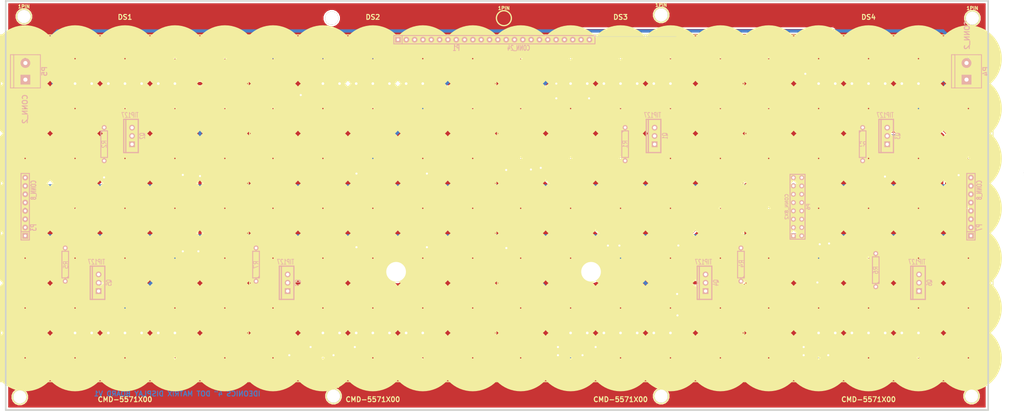
<source format=kicad_pcb>
(kicad_pcb (version 3) (host pcbnew "(2013-07-07 BZR 4022)-stable")
  (layers (15 F.Cu signal) (0 B.Cu signal) (18 B.Paste user) (19 F.Paste user) (20 B.SilkS user) (21 F.SilkS user) (22 B.Mask user) (23 F.Mask user) (28 Edge.Cuts user))
  (net 0 "")
  (net 1 /B1)
  (net 2 /B2)
  (net 3 /B3)
  (net 4 /B4)
  (net 5 /B5)
  (net 6 /B6)
  (net 7 /B7)
  (net 8 /C1)
  (net 9 /C10)
  (net 10 /C11)
  (net 11 /C12)
  (net 12 /C13)
  (net 13 /C14)
  (net 14 /C15)
  (net 15 /C16)
  (net 16 /C17)
  (net 17 /C18)
  (net 18 /C19)
  (net 19 /C2)
  (net 20 /C20)
  (net 21 /C3)
  (net 22 /C4)
  (net 23 /C5)
  (net 24 /C6)
  (net 25 /C7)
  (net 26 /C8)
  (net 27 /C9)
  (net 28 /R1)
  (net 29 /R2)
  (net 30 /R3)
  (net 31 /R4)
  (net 32 /R5)
  (net 33 /R6)
  (net 34 /R7)
  (net 35 /ROW1)
  (net 36 /ROW2)
  (net 37 /ROW3)
  (net 38 /ROW4)
  (net 39 /ROW5)
  (net 40 /ROW6)
  (net 41 /ROW7)
  (net 42 GND)
  (net 43 VCC)
  (module SIL-8 (layer B.Cu) (at 65.9 119.62 90)
    (fp_text reference P3 (at -6.35 2.54 90) (layer B.SilkS) (effects (font (size 1.72974 1.08712) (thickness 0.3048)) (justify mirror)))
    (fp_text value CONN_8 (at 5.08 2.54 90) (layer B.SilkS) (effects (font (size 1.524 1.016) (thickness 0.3048)) (justify mirror)))
    (pad 1 thru_hole rect (at -8.89 0 90) (size 1.8 1.8) (drill 0.8128) (layers *.Cu *.Mask B.SilkS) (net 1 /B1))
    (pad 2 thru_hole circle (at -6.35 0 90) (size 1.8 1.8) (drill 0.8128) (layers *.Cu *.Mask B.SilkS) (net 2 /B2))
    (pad 3 thru_hole circle (at -3.81 0 90) (size 1.8 1.8) (drill 0.8128) (layers *.Cu *.Mask B.SilkS) (net 3 /B3))
    (pad 4 thru_hole circle (at -1.27 0 90) (size 1.8 1.8) (drill 0.8128) (layers *.Cu *.Mask B.SilkS) (net 4 /B4))
    (pad 5 thru_hole circle (at 1.27 0 90) (size 1.8 1.8) (drill 0.8128) (layers *.Cu *.Mask B.SilkS) (net 5 /B5))
    (pad 6 thru_hole circle (at 3.81 0 90) (size 1.8 1.8) (drill 0.8128) (layers *.Cu *.Mask B.SilkS) (net 6 /B6))
    (pad 7 thru_hole circle (at 6.35 0 90) (size 1.8 1.8) (drill 0.8128) (layers *.Cu *.Mask B.SilkS) (net 7 /B7))
    (pad 8 thru_hole circle (at 8.89 0 90) (size 1.8 1.8) (drill 0.8128) (layers *.Cu *.Mask B.SilkS))
  )
  (module SIL-24 (layer B.Cu) (at 211.425 68.575)
    (fp_text reference P1 (at -13.97 2.54) (layer B.SilkS) (effects (font (size 1.72974 1.08712) (thickness 0.27178)) (justify mirror)))
    (fp_text value CONN_24 (at 5.08 2.54 180) (layer B.SilkS) (effects (font (size 1.524 1.016) (thickness 0.3048)) (justify mirror)))
    (pad 1 thru_hole rect (at -31.75 0) (size 1.8 1.8) (drill 0.8128) (layers *.Cu *.Mask B.SilkS) (net 8 /C1))
    (pad 2 thru_hole circle (at -29.21 0) (size 1.8 1.8) (drill 0.8128) (layers *.Cu *.Mask B.SilkS) (net 19 /C2))
    (pad 3 thru_hole circle (at -26.67 0) (size 1.8 1.8) (drill 0.8128) (layers *.Cu *.Mask B.SilkS) (net 21 /C3))
    (pad 4 thru_hole circle (at -24.13 0) (size 1.8 1.8) (drill 0.8128) (layers *.Cu *.Mask B.SilkS) (net 22 /C4))
    (pad 5 thru_hole circle (at -21.59 0) (size 1.8 1.8) (drill 0.8128) (layers *.Cu *.Mask B.SilkS) (net 23 /C5))
    (pad 6 thru_hole circle (at -19.05 0) (size 1.8 1.8) (drill 0.8128) (layers *.Cu *.Mask B.SilkS))
    (pad 7 thru_hole circle (at -16.51 0) (size 1.8 1.8) (drill 0.8128) (layers *.Cu *.Mask B.SilkS) (net 24 /C6))
    (pad 8 thru_hole circle (at -13.97 0) (size 1.8 1.8) (drill 0.8128) (layers *.Cu *.Mask B.SilkS) (net 25 /C7))
    (pad 9 thru_hole circle (at -11.43 0) (size 1.8 1.8) (drill 0.8128) (layers *.Cu *.Mask B.SilkS) (net 26 /C8))
    (pad 10 thru_hole circle (at -8.89 0) (size 1.8 1.8) (drill 0.8128) (layers *.Cu *.Mask B.SilkS) (net 27 /C9))
    (pad 11 thru_hole circle (at -6.35 0) (size 1.8 1.8) (drill 0.8128) (layers *.Cu *.Mask B.SilkS) (net 9 /C10))
    (pad 12 thru_hole circle (at -3.81 0) (size 1.8 1.8) (drill 0.8128) (layers *.Cu *.Mask B.SilkS))
    (pad 13 thru_hole circle (at -1.27 0) (size 1.8 1.8) (drill 0.8128) (layers *.Cu *.Mask B.SilkS) (net 10 /C11))
    (pad 14 thru_hole circle (at 1.27 0) (size 1.8 1.8) (drill 0.8128) (layers *.Cu *.Mask B.SilkS) (net 11 /C12))
    (pad 15 thru_hole circle (at 3.81 0) (size 1.8 1.8) (drill 0.8128) (layers *.Cu *.Mask B.SilkS) (net 12 /C13))
    (pad 16 thru_hole circle (at 6.35 0) (size 1.8 1.8) (drill 0.8128) (layers *.Cu *.Mask B.SilkS) (net 13 /C14))
    (pad 17 thru_hole circle (at 8.89 0) (size 1.8 1.8) (drill 0.8128) (layers *.Cu *.Mask B.SilkS) (net 14 /C15))
    (pad 18 thru_hole circle (at 11.43 0) (size 1.8 1.8) (drill 0.8128) (layers *.Cu *.Mask B.SilkS))
    (pad 19 thru_hole circle (at 13.97 0) (size 1.8 1.8) (drill 0.8128) (layers *.Cu *.Mask B.SilkS) (net 15 /C16))
    (pad 20 thru_hole circle (at 16.51 0) (size 1.8 1.8) (drill 0.8128) (layers *.Cu *.Mask B.SilkS) (net 16 /C17))
    (pad 21 thru_hole circle (at 19.05 0) (size 1.8 1.8) (drill 0.8128) (layers *.Cu *.Mask B.SilkS) (net 17 /C18))
    (pad 22 thru_hole circle (at 21.59 0) (size 1.8 1.8) (drill 0.8128) (layers *.Cu *.Mask B.SilkS) (net 18 /C19))
    (pad 23 thru_hole circle (at 24.13 0) (size 1.8 1.8) (drill 0.8128) (layers *.Cu *.Mask B.SilkS) (net 20 /C20))
    (pad 24 thru_hole circle (at 26.67 0) (size 1.8 1.8) (drill 0.8128) (layers *.Cu *.Mask B.SilkS))
  )
  (module R4 (layer B.Cu) (at 249 100.5 270)
    (fp_text reference R1 (at 0 0 270) (layer B.SilkS) (effects (font (size 1.397 1.27) (thickness 0.2032)) (justify mirror)))
    (fp_text value R hide)
    (pad 1 thru_hole circle (at -5.08 0 270) (size 1.524 1.524) (drill 0.8128) (layers *.Cu *.Mask B.SilkS) (net 28 /R1))
    (pad 2 thru_hole circle (at 5.08 0 270) (size 1.524 1.524) (drill 0.8128) (layers *.Cu *.Mask B.SilkS) (net 1 /B1))
  )
  (module R4 (layer B.Cu) (at 90 100.5 270)
    (fp_text reference R2 (at 0 0 270) (layer B.SilkS) (effects (font (size 1.397 1.27) (thickness 0.2032)) (justify mirror)))
    (fp_text value R hide)
    (pad 1 thru_hole circle (at -5.08 0 270) (size 1.524 1.524) (drill 0.8128) (layers *.Cu *.Mask B.SilkS) (net 29 /R2))
    (pad 2 thru_hole circle (at 5.08 0 270) (size 1.524 1.524) (drill 0.8128) (layers *.Cu *.Mask B.SilkS) (net 2 /B2))
  )
  (module R4 (layer B.Cu) (at 321.5 100.5 270)
    (fp_text reference R3 (at 0 0 360) (layer B.SilkS) (effects (font (size 1.397 1.27) (thickness 0.2032)) (justify mirror)))
    (fp_text value R hide)
    (pad 1 thru_hole circle (at -5.08 0 270) (size 1.524 1.524) (drill 0.8128) (layers *.Cu *.Mask B.SilkS) (net 30 /R3))
    (pad 2 thru_hole circle (at 5.08 0 270) (size 1.524 1.524) (drill 0.8128) (layers *.Cu *.Mask B.SilkS) (net 3 /B3))
  )
  (module R4 (layer B.Cu) (at 284.35 137.31 90)
    (fp_text reference R4 (at 0.28 0.17 90) (layer B.SilkS) (effects (font (size 1.397 1.27) (thickness 0.2032)) (justify mirror)))
    (fp_text value R hide)
    (pad 1 thru_hole circle (at -5.08 0 90) (size 1.524 1.524) (drill 0.8128) (layers *.Cu *.Mask B.SilkS) (net 31 /R4))
    (pad 2 thru_hole circle (at 5.08 0 90) (size 1.524 1.524) (drill 0.8128) (layers *.Cu *.Mask B.SilkS) (net 4 /B4))
  )
  (module R4 (layer B.Cu) (at 78.11 137.31 90)
    (fp_text reference R5 (at -0.075 0.175 90) (layer B.SilkS) (effects (font (size 1.397 1.27) (thickness 0.2032)) (justify mirror)))
    (fp_text value R hide)
    (pad 1 thru_hole circle (at -5.08 0 90) (size 1.524 1.524) (drill 0.8128) (layers *.Cu *.Mask B.SilkS) (net 32 /R5))
    (pad 2 thru_hole circle (at 5.08 0 90) (size 1.524 1.524) (drill 0.8128) (layers *.Cu *.Mask B.SilkS) (net 5 /B5))
  )
  (module R4 (layer B.Cu) (at 325.5 139 90)
    (fp_text reference R6 (at 0 0 90) (layer B.SilkS) (effects (font (size 1.397 1.27) (thickness 0.2032)) (justify mirror)))
    (fp_text value R hide)
    (pad 1 thru_hole circle (at -5.08 0 90) (size 1.524 1.524) (drill 0.8128) (layers *.Cu *.Mask B.SilkS) (net 33 /R6))
    (pad 2 thru_hole circle (at 5.08 0 90) (size 1.524 1.524) (drill 0.8128) (layers *.Cu *.Mask B.SilkS) (net 6 /B6))
  )
  (module R4 (layer B.Cu) (at 136.35 137.31 90)
    (fp_text reference R7 (at 0 0 90) (layer B.SilkS) (effects (font (size 1.397 1.27) (thickness 0.2032)) (justify mirror)))
    (fp_text value R hide)
    (pad 1 thru_hole circle (at -5.08 0 90) (size 1.524 1.524) (drill 0.8128) (layers *.Cu *.Mask B.SilkS) (net 34 /R7))
    (pad 2 thru_hole circle (at 5.08 0 90) (size 1.524 1.524) (drill 0.8128) (layers *.Cu *.Mask B.SilkS) (net 7 /B7))
  )
  (module SIL-8 (layer B.Cu) (at 354.55 119.62 90)
    (fp_text reference P7 (at -6.35 2.54 90) (layer B.SilkS) (effects (font (size 1.72974 1.08712) (thickness 0.3048)) (justify mirror)))
    (fp_text value CONN_8 (at 5.08 2.54 90) (layer B.SilkS) (effects (font (size 1.524 1.016) (thickness 0.3048)) (justify mirror)))
    (pad 1 thru_hole rect (at -8.89 0 90) (size 1.8 1.8) (drill 0.8128) (layers *.Cu *.Mask B.SilkS) (net 35 /ROW1))
    (pad 2 thru_hole circle (at -6.35 0 90) (size 1.8 1.8) (drill 0.8128) (layers *.Cu *.Mask B.SilkS) (net 36 /ROW2))
    (pad 3 thru_hole circle (at -3.81 0 90) (size 1.8 1.8) (drill 0.8128) (layers *.Cu *.Mask B.SilkS) (net 37 /ROW3))
    (pad 4 thru_hole circle (at -1.27 0 90) (size 1.8 1.8) (drill 0.8128) (layers *.Cu *.Mask B.SilkS) (net 38 /ROW4))
    (pad 5 thru_hole circle (at 1.27 0 90) (size 1.8 1.8) (drill 0.8128) (layers *.Cu *.Mask B.SilkS) (net 39 /ROW5))
    (pad 6 thru_hole circle (at 3.81 0 90) (size 1.8 1.8) (drill 0.8128) (layers *.Cu *.Mask B.SilkS) (net 40 /ROW6))
    (pad 7 thru_hole circle (at 6.35 0 90) (size 1.8 1.8) (drill 0.8128) (layers *.Cu *.Mask B.SilkS) (net 41 /ROW7))
    (pad 8 thru_hole circle (at 8.89 0 90) (size 1.8 1.8) (drill 0.8128) (layers *.Cu *.Mask B.SilkS))
  )
  (module pin_array_8x2 (layer B.Cu) (at 301.63 119.63 90)
    (fp_text reference P6 (at 0 3.302 90) (layer B.SilkS) (effects (font (size 1.016 1.016) (thickness 0.2032)) (justify mirror)))
    (fp_text value CONN_8X2 (at 0 -3.302 90) (layer B.SilkS) (effects (font (size 1.016 1.016) (thickness 0.2032)) (justify mirror)))
    (pad 1 thru_hole rect (at -8.89 -1.27 90) (size 1.524 1.524) (drill 0.8128) (layers *.Cu *.Mask B.SilkS) (net 1 /B1))
    (pad 2 thru_hole circle (at -8.89 1.27 90) (size 1.524 1.524) (drill 0.8128) (layers *.Cu *.Mask B.SilkS) (net 35 /ROW1))
    (pad 3 thru_hole circle (at -6.35 -1.27 90) (size 1.524 1.524) (drill 0.8128) (layers *.Cu *.Mask B.SilkS) (net 2 /B2))
    (pad 4 thru_hole circle (at -6.35 1.27 90) (size 1.524 1.524) (drill 0.8128) (layers *.Cu *.Mask B.SilkS) (net 36 /ROW2))
    (pad 5 thru_hole circle (at -3.81 -1.27 90) (size 1.524 1.524) (drill 0.8128) (layers *.Cu *.Mask B.SilkS) (net 3 /B3))
    (pad 6 thru_hole circle (at -3.81 1.27 90) (size 1.524 1.524) (drill 0.8128) (layers *.Cu *.Mask B.SilkS) (net 37 /ROW3))
    (pad 7 thru_hole circle (at -1.27 -1.27 90) (size 1.524 1.524) (drill 0.8128) (layers *.Cu *.Mask B.SilkS) (net 4 /B4))
    (pad 8 thru_hole circle (at -1.27 1.27 90) (size 1.524 1.524) (drill 0.8128) (layers *.Cu *.Mask B.SilkS) (net 38 /ROW4))
    (pad 9 thru_hole circle (at 1.27 -1.27 90) (size 1.524 1.524) (drill 0.8128) (layers *.Cu *.Mask B.SilkS) (net 5 /B5))
    (pad 10 thru_hole circle (at 1.27 1.27 90) (size 1.524 1.524) (drill 0.8128) (layers *.Cu *.Mask B.SilkS) (net 39 /ROW5))
    (pad 11 thru_hole circle (at 3.81 -1.27 90) (size 1.524 1.524) (drill 0.8128) (layers *.Cu *.Mask B.SilkS) (net 6 /B6))
    (pad 12 thru_hole circle (at 3.81 1.27 90) (size 1.524 1.524) (drill 0.8128) (layers *.Cu *.Mask B.SilkS) (net 40 /ROW6))
    (pad 13 thru_hole circle (at 6.35 -1.27 90) (size 1.524 1.524) (drill 0.8128) (layers *.Cu *.Mask B.SilkS) (net 7 /B7))
    (pad 14 thru_hole circle (at 6.35 1.27 90) (size 1.524 1.524) (drill 0.8128) (layers *.Cu *.Mask B.SilkS) (net 41 /ROW7))
    (pad 15 thru_hole circle (at 8.89 -1.27 90) (size 1.524 1.524) (drill 0.8128) (layers *.Cu *.Mask B.SilkS))
    (pad 16 thru_hole circle (at 8.89 1.27 90) (size 1.524 1.524) (drill 0.8128) (layers *.Cu *.Mask B.SilkS))
  )
  (module mors_2p (layer B.Cu) (at 353.2 78.25 90)
    (fp_text reference P4 (at 0 5.842 90) (layer B.SilkS) (effects (font (size 1.524 1.524) (thickness 0.3048)) (justify mirror)))
    (fp_text value CONN_2 (at 11.12 0.16 90) (layer B.SilkS) (effects (font (size 1.524 1.524) (thickness 0.3048)) (justify mirror)))
    (pad 1 thru_hole rect (at -2.54 0 90) (size 2.99974 2.99974) (drill 1.24968) (layers *.Cu *.Mask B.SilkS) (net 43 VCC))
    (pad 2 thru_hole circle (at 2.54 0 90) (size 2.99974 2.99974) (drill 1.24968) (layers *.Cu *.Mask B.SilkS) (net 42 GND))
  )
  (module mors_2p (layer B.Cu) (at 65.95 78.25 90)
    (fp_text reference P5 (at 0 5.842 90) (layer B.SilkS) (effects (font (size 1.524 1.524) (thickness 0.3048)) (justify mirror)))
    (fp_text value CONN_2 (at -11.55 -0.12 90) (layer B.SilkS) (effects (font (size 1.524 1.524) (thickness 0.3048)) (justify mirror)))
    (pad 1 thru_hole rect (at -2.54 0 90) (size 2.99974 2.99974) (drill 1.24968) (layers *.Cu *.Mask B.SilkS) (net 43 VCC))
    (pad 2 thru_hole circle (at 2.54 0 90) (size 2.99974 2.99974) (drill 1.24968) (layers *.Cu *.Mask B.SilkS) (net 42 GND))
  )
  (module TO220_VERT (layer B.Cu) (at 258 98 180)
    (fp_text reference Q1 (at -3.175 0 450) (layer B.SilkS) (effects (font (size 1.524 1.016) (thickness 0.2032)) (justify mirror)))
    (fp_text value TIP127 (at 0.635 6.35 180) (layer B.SilkS) (effects (font (size 1.524 1.016) (thickness 0.2032)) (justify mirror)))
    (pad 1 thru_hole circle (at 0 2.54 180) (size 1.778 1.778) (drill 1.016) (layers *.Cu *.Mask B.SilkS) (net 28 /R1))
    (pad 2 thru_hole circle (at 0 0 180) (size 1.778 1.778) (drill 1.016) (layers *.Cu *.Mask B.SilkS) (net 35 /ROW1))
    (pad 3 thru_hole rect (at 0 -2.54 180) (size 1.778 1.778) (drill 1.016) (layers *.Cu *.Mask B.SilkS) (net 43 VCC))
  )
  (module TO220_VERT (layer B.Cu) (at 329 98 180)
    (fp_text reference Q3 (at -3.175 0 450) (layer B.SilkS) (effects (font (size 1.524 1.016) (thickness 0.2032)) (justify mirror)))
    (fp_text value TIP127 (at 0.635 6.35 180) (layer B.SilkS) (effects (font (size 1.524 1.016) (thickness 0.2032)) (justify mirror)))
    (pad 1 thru_hole circle (at 0 2.54 180) (size 1.778 1.778) (drill 1.016) (layers *.Cu *.Mask B.SilkS) (net 30 /R3))
    (pad 2 thru_hole circle (at 0 0 180) (size 1.778 1.778) (drill 1.016) (layers *.Cu *.Mask B.SilkS) (net 37 /ROW3))
    (pad 3 thru_hole rect (at 0 -2.54 180) (size 1.778 1.778) (drill 1.016) (layers *.Cu *.Mask B.SilkS) (net 43 VCC))
  )
  (module TO220_VERT (layer B.Cu) (at 98.5 98 180)
    (fp_text reference Q2 (at -3.175 0 450) (layer B.SilkS) (effects (font (size 1.524 1.016) (thickness 0.2032)) (justify mirror)))
    (fp_text value TIP127 (at 0.635 6.35 180) (layer B.SilkS) (effects (font (size 1.524 1.016) (thickness 0.2032)) (justify mirror)))
    (pad 1 thru_hole circle (at 0 2.54 180) (size 1.778 1.778) (drill 1.016) (layers *.Cu *.Mask B.SilkS) (net 29 /R2))
    (pad 2 thru_hole circle (at 0 0 180) (size 1.778 1.778) (drill 1.016) (layers *.Cu *.Mask B.SilkS) (net 36 /ROW2))
    (pad 3 thru_hole rect (at 0 -2.54 180) (size 1.778 1.778) (drill 1.016) (layers *.Cu *.Mask B.SilkS) (net 43 VCC))
  )
  (module TO220_VERT (layer B.Cu) (at 273.556 142.86 180)
    (fp_text reference Q4 (at -3.175 0 450) (layer B.SilkS) (effects (font (size 1.524 1.016) (thickness 0.2032)) (justify mirror)))
    (fp_text value TIP127 (at 0.635 6.35 180) (layer B.SilkS) (effects (font (size 1.524 1.016) (thickness 0.2032)) (justify mirror)))
    (pad 1 thru_hole circle (at 0 2.54 180) (size 1.778 1.778) (drill 1.016) (layers *.Cu *.Mask B.SilkS) (net 31 /R4))
    (pad 2 thru_hole circle (at 0 0 180) (size 1.778 1.778) (drill 1.016) (layers *.Cu *.Mask B.SilkS) (net 38 /ROW4))
    (pad 3 thru_hole rect (at 0 -2.54 180) (size 1.778 1.778) (drill 1.016) (layers *.Cu *.Mask B.SilkS) (net 43 VCC))
  )
  (module TO220_VERT (layer B.Cu) (at 88.29 142.86 180)
    (fp_text reference Q5 (at -3.175 0 450) (layer B.SilkS) (effects (font (size 1.524 1.016) (thickness 0.2032)) (justify mirror)))
    (fp_text value TIP127 (at 0.635 6.35 180) (layer B.SilkS) (effects (font (size 1.524 1.016) (thickness 0.2032)) (justify mirror)))
    (pad 1 thru_hole circle (at 0 2.54 180) (size 1.778 1.778) (drill 1.016) (layers *.Cu *.Mask B.SilkS) (net 32 /R5))
    (pad 2 thru_hole circle (at 0 0 180) (size 1.778 1.778) (drill 1.016) (layers *.Cu *.Mask B.SilkS) (net 39 /ROW5))
    (pad 3 thru_hole rect (at 0 -2.54 180) (size 1.778 1.778) (drill 1.016) (layers *.Cu *.Mask B.SilkS) (net 43 VCC))
  )
  (module TO220_VERT (layer B.Cu) (at 338.71 142.86 180)
    (fp_text reference Q6 (at -3.175 0 450) (layer B.SilkS) (effects (font (size 1.524 1.016) (thickness 0.2032)) (justify mirror)))
    (fp_text value TIP127 (at 0.635 6.35 180) (layer B.SilkS) (effects (font (size 1.524 1.016) (thickness 0.2032)) (justify mirror)))
    (pad 1 thru_hole circle (at 0 2.54 180) (size 1.778 1.778) (drill 1.016) (layers *.Cu *.Mask B.SilkS) (net 33 /R6))
    (pad 2 thru_hole circle (at 0 0 180) (size 1.778 1.778) (drill 1.016) (layers *.Cu *.Mask B.SilkS) (net 40 /ROW6))
    (pad 3 thru_hole rect (at 0 -2.54 180) (size 1.778 1.778) (drill 1.016) (layers *.Cu *.Mask B.SilkS) (net 43 VCC))
  )
  (module TO220_VERT (layer B.Cu) (at 146 142.86 180)
    (fp_text reference Q7 (at -3.175 0 450) (layer B.SilkS) (effects (font (size 1.524 1.016) (thickness 0.2032)) (justify mirror)))
    (fp_text value TIP127 (at 0.635 6.35 180) (layer B.SilkS) (effects (font (size 1.524 1.016) (thickness 0.2032)) (justify mirror)))
    (pad 1 thru_hole circle (at 0 2.54 180) (size 1.778 1.778) (drill 1.016) (layers *.Cu *.Mask B.SilkS) (net 34 /R7))
    (pad 2 thru_hole circle (at 0 0 180) (size 1.778 1.778) (drill 1.016) (layers *.Cu *.Mask B.SilkS) (net 41 /ROW7))
    (pad 3 thru_hole rect (at 0 -2.54 180) (size 1.778 1.778) (drill 1.016) (layers *.Cu *.Mask B.SilkS) (net 43 VCC))
  )
  (module 1pin (layer F.Cu) (at 236.75 137.925)
    (fp_text reference 1PIN (at 0 -3.048) (layer F.SilkS) (effects (font (size 1.016 1.016) (thickness 0.254))))
    (fp_text value P*** hide)
    (pad 1 thru_hole circle (at 1.85 1.575) (size 6 6) (drill 6) (layers *.Cu *.Mask F.SilkS))
  )
  (module 1pin (layer F.Cu) (at 178.125 137.825)
    (fp_text reference 1PIN (at 0 -3.048) (layer F.SilkS) (effects (font (size 1.016 1.016) (thickness 0.254))))
    (fp_text value P*** hide)
    (pad 1 thru_hole circle (at 0.975 1.675) (size 6 6) (drill 6) (layers *.Cu *.Mask F.SilkS))
  )
  (module 1pin (layer F.Cu) (at 354.75 177.5)
    (fp_text reference 1PIN (at 0 -3.048) (layer F.SilkS) (effects (font (size 1.016 1.016) (thickness 0.254))))
    (fp_text value P*** hide)
    (pad 1 thru_hole circle (at 0 0) (size 4.064 4.064) (drill 4) (layers *.Cu *.Mask F.SilkS))
  )
  (module 1pin (layer F.Cu) (at 65.5 61.5)
    (fp_text reference 1PIN (at 0 -3.048) (layer F.SilkS) (effects (font (size 1.016 1.016) (thickness 0.254))))
    (fp_text value P*** hide)
    (pad 1 thru_hole circle (at 0 0) (size 4.064 4.064) (drill 4) (layers *.Cu *.Mask F.SilkS))
  )
  (module 1pin (layer F.Cu) (at 355 62)
    (fp_text reference 1PIN (at 0 -3.048) (layer F.SilkS) (effects (font (size 1.016 1.016) (thickness 0.254))))
    (fp_text value P*** hide)
    (pad 1 thru_hole circle (at 0 0) (size 4.064 4.064) (drill 4) (layers *.Cu *.Mask F.SilkS))
  )
  (module 1pin (layer F.Cu) (at 212 62)
    (fp_text reference 1PIN (at 0 -3.048) (layer F.SilkS) (effects (font (size 1.016 1.016) (thickness 0.254))))
    (fp_text value P*** hide)
    (pad 1 thru_hole circle (at -52.55 0) (size 4 4) (drill 4) (layers *.Cu *.Mask F.SilkS))
  )
  (module 1pin (layer F.Cu) (at 64.25 177.75)
    (fp_text reference 1PIN (at 0 -3.048) (layer F.SilkS) (effects (font (size 1.016 1.016) (thickness 0.254))))
    (fp_text value P*** hide)
    (pad 1 thru_hole circle (at 0 0) (size 4.064 4.064) (drill 4) (layers *.Cu *.Mask F.SilkS))
  )
  (module 1pin (layer F.Cu) (at 160 177.5)
    (fp_text reference 1PIN (at 0 -3.048) (layer F.SilkS) (effects (font (size 1.016 1.016) (thickness 0.254))))
    (fp_text value P*** hide)
    (pad 1 thru_hole circle (at 0 0) (size 4.064 4.064) (drill 4) (layers *.Cu *.Mask F.SilkS))
  )
  (module dotdisp_4_inch (layer F.Cu) (at 96.35 120.1)
    (fp_text reference DS1 (at 0 -58.42) (layer F.SilkS) (effects (font (size 1.5 1.5) (thickness 0.3))))
    (fp_text value CMD-5571X00 (at 0 58.42) (layer F.SilkS) (effects (font (size 1.5 1.5) (thickness 0.3))))
    (pad 1 thru_hole rect (at -15.24 38.1 90) (size 2.2 1.5) (drill 0.8) (layers *.Cu *.Mask F.SilkS) (net 39 /ROW5))
    (pad 2 thru_hole oval (at -10.16 38.1 90) (size 2.2 1.5) (drill 0.8) (layers *.Cu *.Mask F.SilkS) (net 41 /ROW7))
    (pad 3 thru_hole oval (at -5.08 38.1 90) (size 2.2 1.5) (drill 0.8) (layers *.Cu *.Mask F.SilkS) (net 19 /C2))
    (pad 4 thru_hole oval (at 0 38.1 90) (size 2.2 1.5) (drill 0.8) (layers *.Cu *.Mask F.SilkS))
    (pad 5 thru_hole oval (at 5.08 38.1 90) (size 2.2 1.5) (drill 0.8) (layers *.Cu *.Mask F.SilkS) (net 38 /ROW4))
    (pad 6 thru_hole oval (at 10.16 38.1 90) (size 2.2 1.5) (drill 0.8) (layers *.Cu *.Mask F.SilkS) (net 23 /C5))
    (pad 7 thru_hole oval (at 15.24 38.1 90) (size 2.2 1.5) (drill 0.8) (layers *.Cu *.Mask F.SilkS) (net 40 /ROW6))
    (pad 8 thru_hole oval (at 15.24 -38.1 90) (size 2.2 1.5) (drill 0.8) (layers *.Cu *.Mask F.SilkS) (net 37 /ROW3))
    (pad 9 thru_hole oval (at 10.16 -38.1 90) (size 2.2 1.5) (drill 0.8) (layers *.Cu *.Mask F.SilkS) (net 35 /ROW1))
    (pad 10 thru_hole oval (at 5.08 -38.1 90) (size 2.2 1.5) (drill 0.8) (layers *.Cu *.Mask F.SilkS) (net 22 /C4))
    (pad 11 thru_hole oval (at 0 -38.1 90) (size 2.2 1.5) (drill 0.8) (layers *.Cu *.Mask F.SilkS) (net 21 /C3))
    (pad 12 thru_hole oval (at -5.08 -38.1 90) (size 2.2 1.5) (drill 0.8) (layers *.Cu *.Mask F.SilkS))
    (pad 13 thru_hole oval (at -10.16 -38.1 90) (size 2.2 1.5) (drill 0.8) (layers *.Cu *.Mask F.SilkS) (net 8 /C1))
    (pad 14 thru_hole oval (at -15.24 -38.1 90) (size 2.2 1.5) (drill 0.8) (layers *.Cu *.Mask F.SilkS) (net 36 /ROW2))
  )
  (module dotdisp_4_inch (layer F.Cu) (at 172 120.1)
    (fp_text reference DS2 (at 0 -58.42) (layer F.SilkS) (effects (font (size 1.5 1.5) (thickness 0.3))))
    (fp_text value CMD-5571X00 (at 0 58.42) (layer F.SilkS) (effects (font (size 1.5 1.5) (thickness 0.3))))
    (pad 1 thru_hole rect (at -15.24 38.1 90) (size 2.2 1.5) (drill 0.8) (layers *.Cu *.Mask F.SilkS) (net 39 /ROW5))
    (pad 2 thru_hole oval (at -10.16 38.1 90) (size 2.2 1.5) (drill 0.8) (layers *.Cu *.Mask F.SilkS) (net 41 /ROW7))
    (pad 3 thru_hole oval (at -5.08 38.1 90) (size 2.2 1.5) (drill 0.8) (layers *.Cu *.Mask F.SilkS) (net 25 /C7))
    (pad 4 thru_hole oval (at 0 38.1 90) (size 2.2 1.5) (drill 0.8) (layers *.Cu *.Mask F.SilkS))
    (pad 5 thru_hole oval (at 5.08 38.1 90) (size 2.2 1.5) (drill 0.8) (layers *.Cu *.Mask F.SilkS) (net 38 /ROW4))
    (pad 6 thru_hole oval (at 10.16 38.1 90) (size 2.2 1.5) (drill 0.8) (layers *.Cu *.Mask F.SilkS) (net 9 /C10))
    (pad 7 thru_hole oval (at 15.24 38.1 90) (size 2.2 1.5) (drill 0.8) (layers *.Cu *.Mask F.SilkS) (net 40 /ROW6))
    (pad 8 thru_hole oval (at 15.24 -38.1 90) (size 2.2 1.5) (drill 0.8) (layers *.Cu *.Mask F.SilkS) (net 37 /ROW3))
    (pad 9 thru_hole oval (at 10.16 -38.1 90) (size 2.2 1.5) (drill 0.8) (layers *.Cu *.Mask F.SilkS) (net 35 /ROW1))
    (pad 10 thru_hole oval (at 5.08 -38.1 90) (size 2.2 1.5) (drill 0.8) (layers *.Cu *.Mask F.SilkS) (net 27 /C9))
    (pad 11 thru_hole oval (at 0 -38.1 90) (size 2.2 1.5) (drill 0.8) (layers *.Cu *.Mask F.SilkS) (net 26 /C8))
    (pad 12 thru_hole oval (at -5.08 -38.1 90) (size 2.2 1.5) (drill 0.8) (layers *.Cu *.Mask F.SilkS))
    (pad 13 thru_hole oval (at -10.16 -38.1 90) (size 2.2 1.5) (drill 0.8) (layers *.Cu *.Mask F.SilkS) (net 24 /C6))
    (pad 14 thru_hole oval (at -15.24 -38.1 90) (size 2.2 1.5) (drill 0.8) (layers *.Cu *.Mask F.SilkS) (net 36 /ROW2))
  )
  (module dotdisp_4_inch (layer F.Cu) (at 247.6 120.1)
    (fp_text reference DS3 (at 0 -58.42) (layer F.SilkS) (effects (font (size 1.5 1.5) (thickness 0.3))))
    (fp_text value CMD-5571X00 (at 0 58.42) (layer F.SilkS) (effects (font (size 1.5 1.5) (thickness 0.3))))
    (pad 1 thru_hole rect (at -15.24 38.1 90) (size 2.2 1.5) (drill 0.8) (layers *.Cu *.Mask F.SilkS) (net 39 /ROW5))
    (pad 2 thru_hole oval (at -10.16 38.1 90) (size 2.2 1.5) (drill 0.8) (layers *.Cu *.Mask F.SilkS) (net 41 /ROW7))
    (pad 3 thru_hole oval (at -5.08 38.1 90) (size 2.2 1.5) (drill 0.8) (layers *.Cu *.Mask F.SilkS) (net 11 /C12))
    (pad 4 thru_hole oval (at 0 38.1 90) (size 2.2 1.5) (drill 0.8) (layers *.Cu *.Mask F.SilkS))
    (pad 5 thru_hole oval (at 5.08 38.1 90) (size 2.2 1.5) (drill 0.8) (layers *.Cu *.Mask F.SilkS) (net 38 /ROW4))
    (pad 6 thru_hole oval (at 10.16 38.1 90) (size 2.2 1.5) (drill 0.8) (layers *.Cu *.Mask F.SilkS) (net 14 /C15))
    (pad 7 thru_hole oval (at 15.24 38.1 90) (size 2.2 1.5) (drill 0.8) (layers *.Cu *.Mask F.SilkS) (net 40 /ROW6))
    (pad 8 thru_hole oval (at 15.24 -38.1 90) (size 2.2 1.5) (drill 0.8) (layers *.Cu *.Mask F.SilkS) (net 37 /ROW3))
    (pad 9 thru_hole oval (at 10.16 -38.1 90) (size 2.2 1.5) (drill 0.8) (layers *.Cu *.Mask F.SilkS) (net 35 /ROW1))
    (pad 10 thru_hole oval (at 5.08 -38.1 90) (size 2.2 1.5) (drill 0.8) (layers *.Cu *.Mask F.SilkS) (net 13 /C14))
    (pad 11 thru_hole oval (at 0 -38.1 90) (size 2.2 1.5) (drill 0.8) (layers *.Cu *.Mask F.SilkS) (net 12 /C13))
    (pad 12 thru_hole oval (at -5.08 -38.1 90) (size 2.2 1.5) (drill 0.8) (layers *.Cu *.Mask F.SilkS))
    (pad 13 thru_hole oval (at -10.16 -38.1 90) (size 2.2 1.5) (drill 0.8) (layers *.Cu *.Mask F.SilkS) (net 10 /C11))
    (pad 14 thru_hole oval (at -15.24 -38.1 90) (size 2.2 1.5) (drill 0.8) (layers *.Cu *.Mask F.SilkS) (net 36 /ROW2))
  )
  (module dotdisp_4_inch (layer F.Cu) (at 323.3 120.1)
    (fp_text reference DS4 (at 0 -58.42) (layer F.SilkS) (effects (font (size 1.5 1.5) (thickness 0.3))))
    (fp_text value CMD-5571X00 (at 0 58.42) (layer F.SilkS) (effects (font (size 1.5 1.5) (thickness 0.3))))
    (pad 1 thru_hole rect (at -15.24 38.1 90) (size 2.2 1.5) (drill 0.8) (layers *.Cu *.Mask F.SilkS) (net 39 /ROW5))
    (pad 2 thru_hole oval (at -10.16 38.1 90) (size 2.2 1.5) (drill 0.8) (layers *.Cu *.Mask F.SilkS) (net 41 /ROW7))
    (pad 3 thru_hole oval (at -5.08 38.1 90) (size 2.2 1.5) (drill 0.8) (layers *.Cu *.Mask F.SilkS) (net 16 /C17))
    (pad 4 thru_hole oval (at 0 38.1 90) (size 2.2 1.5) (drill 0.8) (layers *.Cu *.Mask F.SilkS))
    (pad 5 thru_hole oval (at 5.08 38.1 90) (size 2.2 1.5) (drill 0.8) (layers *.Cu *.Mask F.SilkS) (net 38 /ROW4))
    (pad 6 thru_hole oval (at 10.16 38.1 90) (size 2.2 1.5) (drill 0.8) (layers *.Cu *.Mask F.SilkS) (net 20 /C20))
    (pad 7 thru_hole oval (at 15.24 38.1 90) (size 2.2 1.5) (drill 0.8) (layers *.Cu *.Mask F.SilkS) (net 40 /ROW6))
    (pad 8 thru_hole oval (at 15.24 -38.1 90) (size 2.2 1.5) (drill 0.8) (layers *.Cu *.Mask F.SilkS) (net 37 /ROW3))
    (pad 9 thru_hole oval (at 10.16 -38.1 90) (size 2.2 1.5) (drill 0.8) (layers *.Cu *.Mask F.SilkS) (net 35 /ROW1))
    (pad 10 thru_hole oval (at 5.08 -38.1 90) (size 2.2 1.5) (drill 0.8) (layers *.Cu *.Mask F.SilkS) (net 18 /C19))
    (pad 11 thru_hole oval (at 0 -38.1 90) (size 2.2 1.5) (drill 0.8) (layers *.Cu *.Mask F.SilkS) (net 17 /C18))
    (pad 12 thru_hole oval (at -5.08 -38.1 90) (size 2.2 1.5) (drill 0.8) (layers *.Cu *.Mask F.SilkS))
    (pad 13 thru_hole oval (at -10.16 -38.1 90) (size 2.2 1.5) (drill 0.8) (layers *.Cu *.Mask F.SilkS) (net 15 /C16))
    (pad 14 thru_hole oval (at -15.24 -38.1 90) (size 2.2 1.5) (drill 0.8) (layers *.Cu *.Mask F.SilkS) (net 36 /ROW2))
  )
  (module 1pin (layer F.Cu) (at 260 177.5)
    (fp_text reference 1PIN (at 0 -3.048) (layer F.SilkS) (effects (font (size 1.016 1.016) (thickness 0.254))))
    (fp_text value P*** hide)
    (pad 1 thru_hole circle (at 0 0) (size 4.064 4.064) (drill 4) (layers *.Cu *.Mask F.SilkS))
  )
  (module 1pin (layer F.Cu) (at 260 61)
    (fp_text reference 1PIN (at 0 -3.048) (layer F.SilkS) (effects (font (size 1.016 1.016) (thickness 0.254))))
    (fp_text value P*** hide)
    (pad 1 thru_hole circle (at 0 0) (size 4.064 4.064) (drill 4) (layers *.Cu *.Mask F.SilkS))
  )
  (gr_line (start 238 67.6) (end 238 68.2) (angle 90) (layer Edge.Cuts) (width 0.1))
  (gr_line (start 264.6 67.6) (end 238 67.6) (angle 90) (layer Edge.Cuts) (width 0.1))
  (gr_line (start 134.35 83.15) (end 134.4 83.15) (angle 90) (layer Edge.Cuts) (width 0.1))
  (gr_text "IDEONICS 4\" DOT MATRIX DISPLAY BOARD V1" (at 112.27 176.78) (layer B.Cu) (effects (font (size 1.5 1.5) (thickness 0.3)) (justify mirror)))
  (gr_text VCC (at 74.776 81.904 270) (layer B.Cu) (effects (font (size 1.5 1.5) (thickness 0.3)) (justify mirror)))
  (gr_text R1 (at 354.34 132.052) (layer B.Cu) (effects (font (size 1.5 1.5) (thickness 0.3)) (justify mirror)))
  (gr_text GND (at 74.776 74.792 270) (layer B.Cu) (effects (font (size 1.5 1.5) (thickness 0.3)) (justify mirror)))
  (gr_text GND (at 345.736 72.744 270) (layer B.Cu) (effects (font (size 1.5 1.5) (thickness 0.3)) (justify mirror)))
  (gr_text VCC (at 345.736 82.396 270) (layer B.Cu) (effects (font (size 1.5 1.5) (thickness 0.3)) (justify mirror)))
  (gr_text "R7 R6 R5 R4 R3 R2 R1" (at 71.58 120.25 90) (layer B.Cu) (effects (font (size 1 1) (thickness 0.25)) (justify mirror)))
  (gr_line (start 359.8 56.8) (end 359.8 181.75) (angle 90) (layer Edge.Cuts) (width 0.5))
  (target plus (at 370.76 109.25) (size 0.005) (width 0.1) (layer Edge.Cuts))
  (gr_line (start 359.8 181.75) (end 59.95 181.75) (angle 90) (layer Edge.Cuts) (width 0.5))
  (gr_line (start 359.8 56.7) (end 59.95 56.7) (angle 90) (layer Edge.Cuts) (width 0.5))
  (gr_line (start 59.95 56.8) (end 59.95 181.75) (angle 90) (layer Edge.Cuts) (width 0.5))
  (segment (start 65.9 128.51) (end 63.32 128.51) (width 1) (layer F.Cu) (net 1))
  (segment (start 207.73 105.58) (end 249 105.58) (width 1) (layer F.Cu) (net 1))
  (segment (start 205.52 107.79) (end 207.73 105.58) (width 1) (layer F.Cu) (net 1))
  (segment (start 63.93 107.79) (end 205.52 107.79) (width 1) (layer F.Cu) (net 1))
  (segment (start 62.06 109.66) (end 63.93 107.79) (width 1) (layer F.Cu) (net 1))
  (segment (start 62.06 127.25) (end 62.06 109.66) (width 1) (layer F.Cu) (net 1))
  (segment (start 63.32 128.51) (end 62.06 127.25) (width 1) (layer F.Cu) (net 1))
  (segment (start 300.36 128.52) (end 65.91 128.52) (width 1) (layer B.Cu) (net 1))
  (segment (start 65.91 128.52) (end 65.9 128.51) (width 1) (layer B.Cu) (net 1))
  (segment (start 90 105.58) (end 90 110.64) (width 1) (layer B.Cu) (net 2))
  (segment (start 74.67 125.97) (end 65.9 125.97) (width 1) (layer F.Cu) (net 2))
  (segment (start 89.97 110.67) (end 74.67 125.97) (width 1) (layer F.Cu) (net 2))
  (via (at 89.97 110.67) (size 0.889) (layers F.Cu B.Cu) (net 2))
  (segment (start 90 110.64) (end 89.97 110.67) (width 1) (layer B.Cu) (net 2))
  (segment (start 65.9 125.97) (end 300.35 125.97) (width 1) (layer B.Cu) (net 2))
  (segment (start 300.35 125.97) (end 300.36 125.98) (width 1) (layer B.Cu) (net 2))
  (segment (start 321.5 105.58) (end 321.5 128.87) (width 1) (layer F.Cu) (net 3))
  (segment (start 297.89 123.44) (end 300.36 123.44) (width 1) (layer F.Cu) (net 3))
  (segment (start 295.86 125.47) (end 297.89 123.44) (width 1) (layer F.Cu) (net 3))
  (segment (start 295.86 131.04) (end 295.86 125.47) (width 1) (layer F.Cu) (net 3))
  (segment (start 297.99 133.17) (end 295.86 131.04) (width 1) (layer F.Cu) (net 3))
  (segment (start 317.2 133.17) (end 297.99 133.17) (width 1) (layer F.Cu) (net 3))
  (segment (start 321.5 128.87) (end 317.2 133.17) (width 1) (layer F.Cu) (net 3))
  (segment (start 300.36 123.44) (end 65.91 123.44) (width 1) (layer B.Cu) (net 3))
  (segment (start 65.91 123.44) (end 65.9 123.43) (width 1) (layer B.Cu) (net 3))
  (segment (start 284.35 132.23) (end 284.35 126.82) (width 1) (layer F.Cu) (net 4))
  (segment (start 290.27 120.9) (end 300.36 120.9) (width 1) (layer F.Cu) (net 4))
  (segment (start 284.35 126.82) (end 290.27 120.9) (width 1) (layer F.Cu) (net 4))
  (segment (start 65.9 120.89) (end 300.35 120.89) (width 1) (layer B.Cu) (net 4))
  (segment (start 300.35 120.89) (end 300.36 120.9) (width 1) (layer B.Cu) (net 4))
  (segment (start 78.11 132.23) (end 64.74 132.23) (width 1) (layer B.Cu) (net 5))
  (segment (start 64.54 118.35) (end 65.9 118.35) (width 1) (layer B.Cu) (net 5))
  (segment (start 63.58 119.31) (end 64.54 118.35) (width 1) (layer B.Cu) (net 5))
  (segment (start 63.58 131.07) (end 63.58 119.31) (width 1) (layer B.Cu) (net 5))
  (segment (start 64.74 132.23) (end 63.58 131.07) (width 1) (layer B.Cu) (net 5))
  (segment (start 300.36 118.36) (end 65.91 118.36) (width 1) (layer B.Cu) (net 5))
  (segment (start 65.91 118.36) (end 65.9 118.35) (width 1) (layer B.Cu) (net 5))
  (segment (start 300.36 115.82) (end 290.49 115.82) (width 1) (layer F.Cu) (net 6))
  (segment (start 320.35 139.07) (end 325.5 133.92) (width 1) (layer F.Cu) (net 6))
  (segment (start 284.86 139.07) (end 320.35 139.07) (width 1) (layer F.Cu) (net 6))
  (segment (start 279.85 134.06) (end 284.86 139.07) (width 1) (layer F.Cu) (net 6))
  (segment (start 279.85 126.46) (end 279.85 134.06) (width 1) (layer F.Cu) (net 6))
  (segment (start 290.49 115.82) (end 279.85 126.46) (width 1) (layer F.Cu) (net 6))
  (segment (start 65.9 115.81) (end 300.35 115.81) (width 1) (layer B.Cu) (net 6))
  (segment (start 300.35 115.81) (end 300.36 115.82) (width 1) (layer B.Cu) (net 6))
  (segment (start 136.35 132.23) (end 136.35 135.43) (width 1) (layer F.Cu) (net 7))
  (segment (start 69.9 109.27) (end 65.9 113.27) (width 1) (layer F.Cu) (net 7))
  (segment (start 95.97 109.27) (end 69.9 109.27) (width 1) (layer F.Cu) (net 7))
  (segment (start 99.86 113.16) (end 95.97 109.27) (width 1) (layer F.Cu) (net 7))
  (segment (start 99.86 131.48) (end 99.86 113.16) (width 1) (layer F.Cu) (net 7))
  (segment (start 108.33 139.95) (end 99.86 131.48) (width 1) (layer F.Cu) (net 7))
  (segment (start 131.83 139.95) (end 108.33 139.95) (width 1) (layer F.Cu) (net 7))
  (segment (start 136.35 135.43) (end 131.83 139.95) (width 1) (layer F.Cu) (net 7))
  (segment (start 300.36 113.28) (end 65.91 113.28) (width 1) (layer B.Cu) (net 7))
  (segment (start 65.91 113.28) (end 65.9 113.27) (width 1) (layer B.Cu) (net 7))
  (segment (start 179.675 68.575) (end 97.425 68.575) (width 1) (layer F.Cu) (net 8))
  (segment (start 86.19 79.81) (end 86.19 82) (width 1) (layer F.Cu) (net 8))
  (segment (start 97.425 68.575) (end 86.19 79.81) (width 1) (layer F.Cu) (net 8))
  (segment (start 182.16 158.2) (end 182.16 147.34) (width 1) (layer B.Cu) (net 9))
  (segment (start 205.075 92.925) (end 205.075 68.575) (width 1) (layer B.Cu) (net 9))
  (segment (start 188.5 109.5) (end 205.075 92.925) (width 1) (layer B.Cu) (net 9))
  (via (at 188.5 109.5) (size 0.889) (layers F.Cu B.Cu) (net 9))
  (segment (start 188.5 127) (end 188.5 109.5) (width 1) (layer F.Cu) (net 9))
  (segment (start 188.5 131) (end 188.5 127) (width 1) (layer F.Cu) (net 9))
  (segment (start 188.5 132) (end 188.5 131) (width 1) (layer F.Cu) (net 9))
  (via (at 188.5 132) (size 0.889) (layers F.Cu B.Cu) (net 9))
  (segment (start 188.5 141) (end 188.5 132) (width 1) (layer B.Cu) (net 9))
  (segment (start 182.16 147.34) (end 188.5 141) (width 1) (layer B.Cu) (net 9))
  (segment (start 210.155 68.575) (end 210.155 71.955) (width 1) (layer F.Cu) (net 10))
  (segment (start 234.34 78.9) (end 237.44 82) (width 1) (layer F.Cu) (net 10))
  (segment (start 217.1 78.9) (end 234.34 78.9) (width 1) (layer F.Cu) (net 10))
  (segment (start 210.155 71.955) (end 217.1 78.9) (width 1) (layer F.Cu) (net 10))
  (segment (start 212.695 68.575) (end 212.695 108.395) (width 1) (layer B.Cu) (net 11))
  (segment (start 235.57 151.25) (end 242.52 158.2) (width 1) (layer B.Cu) (net 11))
  (segment (start 231.75 151.25) (end 235.57 151.25) (width 1) (layer B.Cu) (net 11))
  (segment (start 212.75 132.25) (end 231.75 151.25) (width 1) (layer B.Cu) (net 11))
  (via (at 212.75 132.25) (size 0.889) (layers F.Cu B.Cu) (net 11))
  (segment (start 212.75 118.85) (end 212.75 132.25) (width 1) (layer F.Cu) (net 11))
  (segment (start 212.7 118.8) (end 212.75 118.85) (width 1) (layer F.Cu) (net 11))
  (segment (start 212.7 112.4) (end 212.7 118.8) (width 1) (layer F.Cu) (net 11))
  (segment (start 212.7 108.4) (end 212.7 112.4) (width 1) (layer F.Cu) (net 11))
  (via (at 212.7 108.4) (size 0.889) (layers F.Cu B.Cu) (net 11))
  (segment (start 212.695 108.395) (end 212.7 108.4) (width 1) (layer B.Cu) (net 11))
  (segment (start 215.235 68.575) (end 215.235 73.235) (width 1) (layer F.Cu) (net 12))
  (segment (start 247.6 80.3) (end 247.6 82) (width 1) (layer F.Cu) (net 12))
  (segment (start 244.1 76.8) (end 247.6 80.3) (width 1) (layer F.Cu) (net 12))
  (segment (start 218.8 76.8) (end 244.1 76.8) (width 1) (layer F.Cu) (net 12))
  (segment (start 215.235 73.235) (end 218.8 76.8) (width 1) (layer F.Cu) (net 12))
  (segment (start 217.775 68.575) (end 217.775 72.075) (width 1) (layer F.Cu) (net 13))
  (segment (start 252.68 79.98) (end 252.68 82) (width 1) (layer F.Cu) (net 13))
  (segment (start 247.8 75.1) (end 252.68 79.98) (width 1) (layer F.Cu) (net 13))
  (segment (start 220.8 75.1) (end 247.8 75.1) (width 1) (layer F.Cu) (net 13))
  (segment (start 217.775 72.075) (end 220.8 75.1) (width 1) (layer F.Cu) (net 13))
  (segment (start 220.315 68.575) (end 220.315 108.185) (width 1) (layer B.Cu) (net 14))
  (segment (start 257.76 145.51) (end 257.76 158.2) (width 1) (layer B.Cu) (net 14))
  (segment (start 243.75 131.5) (end 257.76 145.51) (width 1) (layer B.Cu) (net 14))
  (via (at 243.75 131.5) (size 0.889) (layers F.Cu B.Cu) (net 14))
  (segment (start 243.5 131.5) (end 243.75 131.5) (width 1) (layer F.Cu) (net 14))
  (segment (start 220.25 108.25) (end 243.5 131.5) (width 1) (layer F.Cu) (net 14))
  (via (at 220.25 108.25) (size 0.889) (layers F.Cu B.Cu) (net 14))
  (segment (start 220.315 108.185) (end 220.25 108.25) (width 1) (layer B.Cu) (net 14))
  (segment (start 225.395 68.575) (end 225.395 71.595) (width 1) (layer F.Cu) (net 15))
  (segment (start 304.44 73.3) (end 313.14 82) (width 1) (layer F.Cu) (net 15))
  (segment (start 227.1 73.3) (end 304.44 73.3) (width 1) (layer F.Cu) (net 15))
  (segment (start 225.395 71.595) (end 227.1 73.3) (width 1) (layer F.Cu) (net 15))
  (segment (start 227.935 68.575) (end 227.935 78.565) (width 1) (layer B.Cu) (net 16))
  (segment (start 313.27 153.25) (end 318.22 158.2) (width 1) (layer B.Cu) (net 16))
  (segment (start 269 153.25) (end 313.27 153.25) (width 1) (layer B.Cu) (net 16))
  (segment (start 247.25 131.5) (end 269 153.25) (width 1) (layer B.Cu) (net 16))
  (via (at 247.25 131.5) (size 0.889) (layers F.Cu B.Cu) (net 16))
  (segment (start 247 131.5) (end 247.25 131.5) (width 1) (layer F.Cu) (net 16))
  (segment (start 223.25 107.75) (end 247 131.5) (width 1) (layer F.Cu) (net 16))
  (via (at 223.25 107.75) (size 0.889) (layers F.Cu B.Cu) (net 16))
  (segment (start 223.25 83.25) (end 223.25 107.75) (width 1) (layer B.Cu) (net 16))
  (segment (start 227.935 78.565) (end 223.25 83.25) (width 1) (layer B.Cu) (net 16))
  (segment (start 230.475 68.575) (end 230.475 70.475) (width 1) (layer F.Cu) (net 17))
  (segment (start 312.6 71.3) (end 323.3 82) (width 1) (layer F.Cu) (net 17))
  (segment (start 231.3 71.3) (end 312.6 71.3) (width 1) (layer F.Cu) (net 17))
  (segment (start 230.475 70.475) (end 231.3 71.3) (width 1) (layer F.Cu) (net 17))
  (segment (start 233.015 68.575) (end 233.015 67.185) (width 1) (layer F.Cu) (net 18))
  (segment (start 312.18 65.8) (end 328.38 82) (width 1) (layer F.Cu) (net 18))
  (segment (start 234.4 65.8) (end 312.18 65.8) (width 1) (layer F.Cu) (net 18))
  (segment (start 233.015 67.185) (end 234.4 65.8) (width 1) (layer F.Cu) (net 18))
  (segment (start 182.215 68.575) (end 182.215 70.385) (width 1) (layer B.Cu) (net 19))
  (segment (start 91.27 155.98) (end 91.27 158.2) (width 1) (layer B.Cu) (net 19))
  (segment (start 114 133.25) (end 91.27 155.98) (width 1) (layer B.Cu) (net 19))
  (via (at 114 133.25) (size 0.889) (layers F.Cu B.Cu) (net 19))
  (segment (start 114 109.9) (end 114 133.25) (width 1) (layer F.Cu) (net 19))
  (via (at 114 109.9) (size 0.889) (layers F.Cu B.Cu) (net 19))
  (segment (start 114 89.7) (end 114 109.9) (width 1) (layer B.Cu) (net 19))
  (segment (start 129.8 73.9) (end 114 89.7) (width 1) (layer B.Cu) (net 19))
  (segment (start 178.7 73.9) (end 129.8 73.9) (width 1) (layer B.Cu) (net 19))
  (segment (start 182.215 70.385) (end 178.7 73.9) (width 1) (layer B.Cu) (net 19))
  (segment (start 235.555 68.575) (end 235.555 71.355) (width 1) (layer B.Cu) (net 20))
  (segment (start 358 133.66) (end 333.46 158.2) (width 1) (layer B.Cu) (net 20))
  (segment (start 358 98.3) (end 358 133.66) (width 1) (layer B.Cu) (net 20))
  (segment (start 332.4 72.7) (end 358 98.3) (width 1) (layer B.Cu) (net 20))
  (segment (start 236.9 72.7) (end 332.4 72.7) (width 1) (layer B.Cu) (net 20))
  (segment (start 235.555 71.355) (end 236.9 72.7) (width 1) (layer B.Cu) (net 20))
  (segment (start 184.755 68.575) (end 184.755 69.645) (width 1) (layer F.Cu) (net 21))
  (segment (start 96.35 79.95) (end 96.35 82) (width 1) (layer F.Cu) (net 21))
  (segment (start 104.7 71.6) (end 96.35 79.95) (width 1) (layer F.Cu) (net 21))
  (segment (start 182.8 71.6) (end 104.7 71.6) (width 1) (layer F.Cu) (net 21))
  (segment (start 184.755 69.645) (end 182.8 71.6) (width 1) (layer F.Cu) (net 21))
  (segment (start 187.295 68.575) (end 187.295 70.305) (width 1) (layer F.Cu) (net 22))
  (segment (start 101.43 80.27) (end 101.43 82) (width 1) (layer F.Cu) (net 22))
  (segment (start 108.3 73.4) (end 101.43 80.27) (width 1) (layer F.Cu) (net 22))
  (segment (start 184.2 73.4) (end 108.3 73.4) (width 1) (layer F.Cu) (net 22))
  (segment (start 187.295 70.305) (end 184.2 73.4) (width 1) (layer F.Cu) (net 22))
  (segment (start 106.51 158.2) (end 106.51 145.49) (width 1) (layer B.Cu) (net 23))
  (segment (start 189.835 70.165) (end 189.835 68.575) (width 1) (layer B.Cu) (net 23))
  (segment (start 184.25 75.75) (end 189.835 70.165) (width 1) (layer B.Cu) (net 23))
  (segment (start 134.75 75.75) (end 184.25 75.75) (width 1) (layer B.Cu) (net 23))
  (segment (start 119.25 91.25) (end 134.75 75.75) (width 1) (layer B.Cu) (net 23))
  (segment (start 119.25 104.5) (end 119.25 91.25) (width 1) (layer B.Cu) (net 23))
  (segment (start 119.25 110.25) (end 119.25 104.5) (width 1) (layer B.Cu) (net 23))
  (via (at 119.25 110.25) (size 0.889) (layers F.Cu B.Cu) (net 23))
  (segment (start 119.25 132.75) (end 119.25 110.25) (width 1) (layer F.Cu) (net 23))
  (segment (start 118.75 133.25) (end 119.25 132.75) (width 1) (layer F.Cu) (net 23))
  (via (at 118.75 133.25) (size 0.889) (layers F.Cu B.Cu) (net 23))
  (segment (start 106.51 145.49) (end 118.75 133.25) (width 1) (layer B.Cu) (net 23))
  (segment (start 161.84 82) (end 161.84 78.16) (width 1) (layer F.Cu) (net 24))
  (segment (start 194.915 69.785) (end 194.915 68.575) (width 1) (layer F.Cu) (net 24))
  (segment (start 189 75.7) (end 194.915 69.785) (width 1) (layer F.Cu) (net 24))
  (segment (start 164.3 75.7) (end 189 75.7) (width 1) (layer F.Cu) (net 24))
  (segment (start 161.84 78.16) (end 164.3 75.7) (width 1) (layer F.Cu) (net 24))
  (segment (start 166.92 158.2) (end 166.92 132.08) (width 1) (layer B.Cu) (net 25))
  (segment (start 197.455 79.045) (end 197.455 68.575) (width 1) (layer B.Cu) (net 25))
  (segment (start 167 109.5) (end 197.455 79.045) (width 1) (layer B.Cu) (net 25))
  (via (at 167 109.5) (size 0.889) (layers F.Cu B.Cu) (net 25))
  (segment (start 167 118.5) (end 167 109.5) (width 1) (layer F.Cu) (net 25))
  (segment (start 167 128.5) (end 167 118.5) (width 1) (layer F.Cu) (net 25))
  (segment (start 167 132) (end 167 128.5) (width 1) (layer F.Cu) (net 25))
  (via (at 167 132) (size 0.889) (layers F.Cu B.Cu) (net 25))
  (segment (start 166.92 132.08) (end 167 132) (width 1) (layer B.Cu) (net 25))
  (segment (start 172 82) (end 172 79.8) (width 1) (layer F.Cu) (net 26))
  (segment (start 199.995 69.605) (end 199.995 68.575) (width 1) (layer F.Cu) (net 26))
  (segment (start 192.2 77.4) (end 199.995 69.605) (width 1) (layer F.Cu) (net 26))
  (segment (start 174.4 77.4) (end 192.2 77.4) (width 1) (layer F.Cu) (net 26))
  (segment (start 172 79.8) (end 174.4 77.4) (width 1) (layer F.Cu) (net 26))
  (segment (start 177.08 82) (end 177.08 80.72) (width 1) (layer F.Cu) (net 27))
  (segment (start 202.535 69.665) (end 202.535 68.575) (width 1) (layer F.Cu) (net 27))
  (segment (start 193 79.2) (end 202.535 69.665) (width 1) (layer F.Cu) (net 27))
  (segment (start 178.6 79.2) (end 193 79.2) (width 1) (layer F.Cu) (net 27))
  (segment (start 177.08 80.72) (end 178.6 79.2) (width 1) (layer F.Cu) (net 27))
  (segment (start 249 95.42) (end 257.96 95.42) (width 1) (layer B.Cu) (net 28))
  (segment (start 257.96 95.42) (end 258 95.46) (width 1) (layer B.Cu) (net 28))
  (segment (start 90 95.42) (end 98.46 95.42) (width 1) (layer B.Cu) (net 29))
  (segment (start 98.46 95.42) (end 98.5 95.46) (width 1) (layer B.Cu) (net 29))
  (segment (start 329 95.46) (end 321.54 95.46) (width 1) (layer B.Cu) (net 30))
  (segment (start 321.54 95.46) (end 321.5 95.42) (width 1) (layer B.Cu) (net 30))
  (segment (start 273.556 140.32) (end 282.28 140.32) (width 1) (layer B.Cu) (net 31))
  (segment (start 282.28 140.32) (end 284.35 142.39) (width 1) (layer B.Cu) (net 31))
  (segment (start 88.29 140.32) (end 80.18 140.32) (width 1) (layer B.Cu) (net 32))
  (segment (start 80.18 140.32) (end 78.11 142.39) (width 1) (layer B.Cu) (net 32))
  (segment (start 338.71 140.32) (end 329.26 140.32) (width 1) (layer B.Cu) (net 33))
  (segment (start 329.26 140.32) (end 325.5 144.08) (width 1) (layer B.Cu) (net 33))
  (segment (start 146 140.32) (end 138.42 140.32) (width 1) (layer B.Cu) (net 34))
  (segment (start 138.42 140.32) (end 136.35 142.39) (width 1) (layer B.Cu) (net 34))
  (segment (start 354.55 128.51) (end 356.65 128.51) (width 1) (layer F.Cu) (net 35))
  (segment (start 333.46 83.27) (end 333.46 82) (width 1) (layer F.Cu) (net 35))
  (segment (start 357.84 107.65) (end 333.46 83.27) (width 1) (layer F.Cu) (net 35))
  (segment (start 357.84 127.32) (end 357.84 107.65) (width 1) (layer F.Cu) (net 35))
  (segment (start 356.65 128.51) (end 357.84 127.32) (width 1) (layer F.Cu) (net 35))
  (segment (start 258 98) (end 260 98) (width 1) (layer B.Cu) (net 35))
  (segment (start 261 85.24) (end 257.76 82) (width 1) (layer B.Cu) (net 35))
  (segment (start 261 97) (end 261 85.24) (width 1) (layer B.Cu) (net 35))
  (segment (start 260 98) (end 261 97) (width 1) (layer B.Cu) (net 35))
  (segment (start 257.76 82) (end 257.76 81.24) (width 1) (layer F.Cu) (net 35))
  (segment (start 257.76 81.24) (end 260 79) (width 1) (layer F.Cu) (net 35))
  (segment (start 260 79) (end 304 79) (width 1) (layer F.Cu) (net 35))
  (via (at 304 79) (size 0.889) (layers F.Cu B.Cu) (net 35))
  (segment (start 304 79) (end 330 79) (width 1) (layer B.Cu) (net 35))
  (segment (start 330 79) (end 333 82) (width 1) (layer B.Cu) (net 35))
  (segment (start 333 82) (end 333.46 82) (width 1) (layer B.Cu) (net 35))
  (via (at 238 86.5) (size 0.889) (layers F.Cu B.Cu) (net 35))
  (segment (start 228 86.5) (end 191.5 86.5) (width 1) (layer F.Cu) (net 35))
  (segment (start 182.16 85.66) (end 183 86.5) (width 1) (layer F.Cu) (net 35))
  (segment (start 183 86.5) (end 191.5 86.5) (width 1) (layer F.Cu) (net 35))
  (segment (start 182.16 85.34) (end 182.16 85.66) (width 1) (layer F.Cu) (net 35))
  (via (at 228 86.5) (size 0.889) (layers F.Cu B.Cu) (net 35))
  (segment (start 238 86.5) (end 228 86.5) (width 1) (layer B.Cu) (net 35))
  (segment (start 257.76 82.74) (end 257.76 82) (width 1) (layer F.Cu) (net 35))
  (segment (start 254 86.5) (end 257.76 82.74) (width 1) (layer F.Cu) (net 35))
  (segment (start 238 86.5) (end 254 86.5) (width 1) (layer F.Cu) (net 35))
  (segment (start 106.51 82) (end 106.51 78.99) (width 1) (layer F.Cu) (net 35))
  (segment (start 182.16 85.34) (end 182.16 82) (width 1) (layer F.Cu) (net 35))
  (segment (start 181 86.5) (end 182.16 85.34) (width 1) (layer F.Cu) (net 35))
  (segment (start 161.5 86.5) (end 181 86.5) (width 1) (layer F.Cu) (net 35))
  (segment (start 159.5 84.5) (end 161.5 86.5) (width 1) (layer F.Cu) (net 35))
  (segment (start 159.5 80) (end 159.5 84.5) (width 1) (layer F.Cu) (net 35))
  (segment (start 156.5 77) (end 159.5 80) (width 1) (layer F.Cu) (net 35))
  (segment (start 108.5 77) (end 156.5 77) (width 1) (layer F.Cu) (net 35))
  (segment (start 106.51 78.99) (end 108.5 77) (width 1) (layer F.Cu) (net 35))
  (segment (start 302.9 128.53) (end 354.55 128.51) (width 1) (layer B.Cu) (net 35))
  (segment (start 354.55 125.97) (end 348.73 125.97) (width 1) (layer F.Cu) (net 36))
  (segment (start 309.7 86.94) (end 308.06 86.94) (width 1) (layer F.Cu) (net 36))
  (segment (start 348.73 125.97) (end 309.7 86.94) (width 1) (layer F.Cu) (net 36))
  (segment (start 81.11 82) (end 81.11 85.61) (width 1) (layer B.Cu) (net 36))
  (segment (start 100 98) (end 98.5 98) (width 1) (layer B.Cu) (net 36))
  (segment (start 101.5 96.5) (end 100 98) (width 1) (layer B.Cu) (net 36))
  (segment (start 101.5 93.5) (end 101.5 96.5) (width 1) (layer B.Cu) (net 36))
  (segment (start 98.5 90.5) (end 101.5 93.5) (width 1) (layer B.Cu) (net 36))
  (segment (start 86 90.5) (end 98.5 90.5) (width 1) (layer B.Cu) (net 36))
  (segment (start 81.11 85.61) (end 86 90.5) (width 1) (layer B.Cu) (net 36))
  (segment (start 232.36 87) (end 232.36 87.36) (width 1) (layer F.Cu) (net 36))
  (segment (start 232.36 87.36) (end 233.5 88.5) (width 1) (layer F.Cu) (net 36))
  (segment (start 233.5 88.5) (end 306.5 88.5) (width 1) (layer F.Cu) (net 36))
  (segment (start 306.5 88.5) (end 308.06 86.94) (width 1) (layer F.Cu) (net 36))
  (segment (start 308.06 86.94) (end 308.06 82) (width 1) (layer F.Cu) (net 36))
  (segment (start 156.76 86.74) (end 156.76 86.76) (width 1) (layer F.Cu) (net 36))
  (segment (start 232.36 87.14) (end 232.36 87) (width 1) (layer F.Cu) (net 36))
  (segment (start 232.36 87) (end 232.36 82) (width 1) (layer F.Cu) (net 36))
  (segment (start 231 88.5) (end 232.36 87.14) (width 1) (layer F.Cu) (net 36))
  (segment (start 158.5 88.5) (end 231 88.5) (width 1) (layer F.Cu) (net 36))
  (segment (start 156.76 86.76) (end 158.5 88.5) (width 1) (layer F.Cu) (net 36))
  (segment (start 81.11 82) (end 81.11 85.61) (width 1) (layer F.Cu) (net 36))
  (segment (start 156.76 86.74) (end 156.76 82) (width 1) (layer F.Cu) (net 36))
  (segment (start 155 88.5) (end 156.76 86.74) (width 1) (layer F.Cu) (net 36))
  (segment (start 84 88.5) (end 155 88.5) (width 1) (layer F.Cu) (net 36))
  (segment (start 81.11 85.61) (end 84 88.5) (width 1) (layer F.Cu) (net 36))
  (segment (start 302.9 125.99) (end 354.55 125.97) (width 1) (layer B.Cu) (net 36))
  (segment (start 329 98) (end 340.16 98) (width 1) (layer F.Cu) (net 37))
  (segment (start 349.97 123.43) (end 354.55 123.43) (width 1) (layer F.Cu) (net 37))
  (segment (start 347.13 120.59) (end 349.97 123.43) (width 1) (layer F.Cu) (net 37))
  (segment (start 347.13 104.97) (end 347.13 120.59) (width 1) (layer F.Cu) (net 37))
  (segment (start 340.16 98) (end 347.13 104.97) (width 1) (layer F.Cu) (net 37))
  (segment (start 187.24 82) (end 228 82) (width 1) (layer F.Cu) (net 37))
  (segment (start 261 77.5) (end 262.5 79) (width 1) (layer B.Cu) (net 37))
  (segment (start 232.5 77.5) (end 261 77.5) (width 1) (layer B.Cu) (net 37))
  (segment (start 228 82) (end 232.5 77.5) (width 1) (layer B.Cu) (net 37))
  (via (at 228 82) (size 0.889) (layers F.Cu B.Cu) (net 37))
  (segment (start 329 98) (end 336 98) (width 1) (layer B.Cu) (net 37))
  (segment (start 338.54 95.46) (end 338.54 82) (width 1) (layer B.Cu) (net 37))
  (segment (start 336 98) (end 338.54 95.46) (width 1) (layer B.Cu) (net 37))
  (segment (start 262.5 79.5) (end 262.5 79) (width 1) (layer B.Cu) (net 37))
  (segment (start 262.5 79.5) (end 262.5 81.66) (width 1) (layer B.Cu) (net 37))
  (segment (start 262.5 81.66) (end 262.84 82) (width 1) (layer B.Cu) (net 37))
  (segment (start 262.5 79) (end 264.5 77) (width 1) (layer B.Cu) (net 37))
  (segment (start 264.5 77) (end 333.54 77) (width 1) (layer B.Cu) (net 37))
  (segment (start 333.54 77) (end 338.54 82) (width 1) (layer B.Cu) (net 37))
  (segment (start 111.59 82) (end 146.5 82) (width 1) (layer F.Cu) (net 37))
  (segment (start 187.24 83.76) (end 187.24 82) (width 1) (layer B.Cu) (net 37))
  (segment (start 185 86) (end 187.24 83.76) (width 1) (layer B.Cu) (net 37))
  (segment (start 150.5 86) (end 185 86) (width 1) (layer B.Cu) (net 37))
  (segment (start 150 85.5) (end 150.5 86) (width 1) (layer B.Cu) (net 37))
  (via (at 150 85.5) (size 0.889) (layers F.Cu B.Cu) (net 37))
  (segment (start 146.5 82) (end 150 85.5) (width 1) (layer F.Cu) (net 37))
  (segment (start 302.9 123.45) (end 354.55 123.43) (width 1) (layer B.Cu) (net 37))
  (segment (start 273.556 142.86) (end 279.77 142.86) (width 1) (layer F.Cu) (net 38))
  (segment (start 304.13 120.9) (end 302.9 120.9) (width 1) (layer F.Cu) (net 38))
  (segment (start 308.35 125.12) (end 304.13 120.9) (width 1) (layer F.Cu) (net 38))
  (segment (start 308.35 131.04) (end 308.35 125.12) (width 1) (layer F.Cu) (net 38))
  (segment (start 308.4 131.09) (end 308.35 131.04) (width 1) (layer F.Cu) (net 38))
  (via (at 308.4 131.09) (size 0.889) (layers F.Cu B.Cu) (net 38))
  (segment (start 308.4 142.05) (end 308.4 131.09) (width 1) (layer B.Cu) (net 38))
  (segment (start 307.68 142.77) (end 308.4 142.05) (width 1) (layer B.Cu) (net 38))
  (via (at 307.68 142.77) (size 0.889) (layers F.Cu B.Cu) (net 38))
  (segment (start 305.1 145.35) (end 307.68 142.77) (width 1) (layer F.Cu) (net 38))
  (segment (start 282.26 145.35) (end 305.1 145.35) (width 1) (layer F.Cu) (net 38))
  (segment (start 279.77 142.86) (end 282.26 145.35) (width 1) (layer F.Cu) (net 38))
  (segment (start 252.68 158.2) (end 252.68 153.89) (width 1) (layer F.Cu) (net 38))
  (segment (start 263.71 142.86) (end 273.556 142.86) (width 1) (layer F.Cu) (net 38))
  (segment (start 252.68 153.89) (end 263.71 142.86) (width 1) (layer F.Cu) (net 38))
  (segment (start 252.68 161) (end 252.68 161.18) (width 1) (layer B.Cu) (net 38))
  (segment (start 328.38 160.12) (end 328.38 158.2) (width 1) (layer F.Cu) (net 38))
  (segment (start 326 162.5) (end 328.38 160.12) (width 1) (layer F.Cu) (net 38))
  (segment (start 303.5 162.5) (end 326 162.5) (width 1) (layer F.Cu) (net 38))
  (via (at 303.5 162.5) (size 0.889) (layers F.Cu B.Cu) (net 38))
  (segment (start 254 162.5) (end 303.5 162.5) (width 1) (layer B.Cu) (net 38))
  (segment (start 252.68 161.18) (end 254 162.5) (width 1) (layer B.Cu) (net 38))
  (segment (start 250.5 162.5) (end 251.5 162.5) (width 1) (layer B.Cu) (net 38))
  (segment (start 177 161) (end 178.5 162.5) (width 1) (layer B.Cu) (net 38))
  (segment (start 178.5 162.5) (end 228.5 162.5) (width 1) (layer B.Cu) (net 38))
  (via (at 228.5 162.5) (size 0.889) (layers F.Cu B.Cu) (net 38))
  (segment (start 228.5 162.5) (end 240 162.5) (width 1) (layer F.Cu) (net 38))
  (via (at 240 162.5) (size 0.889) (layers F.Cu B.Cu) (net 38))
  (segment (start 240 162.5) (end 246.5 162.5) (width 1) (layer B.Cu) (net 38))
  (segment (start 246.5 162.5) (end 250.5 162.5) (width 1) (layer B.Cu) (net 38))
  (segment (start 177 160.5) (end 177 161) (width 1) (layer B.Cu) (net 38))
  (segment (start 252.68 161.32) (end 252.68 161) (width 1) (layer B.Cu) (net 38))
  (segment (start 252.68 161) (end 252.68 158.2) (width 1) (layer B.Cu) (net 38))
  (segment (start 251.5 162.5) (end 252.68 161.32) (width 1) (layer B.Cu) (net 38))
  (segment (start 101.43 158.2) (end 101.43 160.93) (width 1) (layer B.Cu) (net 38))
  (segment (start 177 158.28) (end 177.08 158.2) (width 1) (layer B.Cu) (net 38))
  (segment (start 177 160.5) (end 177 158.28) (width 1) (layer B.Cu) (net 38))
  (segment (start 175 162.5) (end 177 160.5) (width 1) (layer B.Cu) (net 38))
  (segment (start 166.5 162.5) (end 175 162.5) (width 1) (layer B.Cu) (net 38))
  (via (at 166.5 162.5) (size 0.889) (layers F.Cu B.Cu) (net 38))
  (segment (start 153 162.5) (end 166.5 162.5) (width 1) (layer F.Cu) (net 38))
  (via (at 153 162.5) (size 0.889) (layers F.Cu B.Cu) (net 38))
  (segment (start 103 162.5) (end 153 162.5) (width 1) (layer B.Cu) (net 38))
  (segment (start 101.43 160.93) (end 103 162.5) (width 1) (layer B.Cu) (net 38))
  (segment (start 302.9 120.91) (end 354.55 120.89) (width 1) (layer B.Cu) (net 38))
  (segment (start 308.06 158.2) (end 308.06 155.07) (width 1) (layer F.Cu) (net 39))
  (segment (start 352.52 118.35) (end 354.55 118.35) (width 1) (layer F.Cu) (net 39))
  (segment (start 350.53 116.36) (end 352.52 118.35) (width 1) (layer F.Cu) (net 39))
  (segment (start 350.53 110.24) (end 350.53 116.36) (width 1) (layer F.Cu) (net 39))
  (segment (start 350.8 109.97) (end 350.53 110.24) (width 1) (layer F.Cu) (net 39))
  (via (at 350.8 109.97) (size 0.889) (layers F.Cu B.Cu) (net 39))
  (segment (start 348.49 107.66) (end 350.8 109.97) (width 1) (layer B.Cu) (net 39))
  (segment (start 331.06 107.66) (end 348.49 107.66) (width 1) (layer B.Cu) (net 39))
  (segment (start 328.31 110.41) (end 331.06 107.66) (width 1) (layer B.Cu) (net 39))
  (via (at 328.31 110.41) (size 0.889) (layers F.Cu B.Cu) (net 39))
  (segment (start 328.31 134.82) (end 328.31 110.41) (width 1) (layer F.Cu) (net 39))
  (segment (start 308.06 155.07) (end 328.31 134.82) (width 1) (layer F.Cu) (net 39))
  (segment (start 81.11 158.2) (end 81.11 148.61) (width 1) (layer F.Cu) (net 39))
  (segment (start 86.86 142.86) (end 88.29 142.86) (width 1) (layer F.Cu) (net 39))
  (segment (start 81.11 148.61) (end 86.86 142.86) (width 1) (layer F.Cu) (net 39))
  (segment (start 232.36 165) (end 232.5 165) (width 1) (layer B.Cu) (net 39))
  (segment (start 308.06 164.94) (end 308.06 158.2) (width 1) (layer B.Cu) (net 39))
  (segment (start 305.5 167.5) (end 308.06 164.94) (width 1) (layer B.Cu) (net 39))
  (segment (start 235 167.5) (end 305.5 167.5) (width 1) (layer B.Cu) (net 39))
  (segment (start 232.5 165) (end 235 167.5) (width 1) (layer B.Cu) (net 39))
  (segment (start 156.76 163.74) (end 156.76 164.76) (width 1) (layer B.Cu) (net 39))
  (segment (start 232.36 165.14) (end 232.36 165) (width 1) (layer B.Cu) (net 39))
  (segment (start 232.36 165) (end 232.36 158.2) (width 1) (layer B.Cu) (net 39))
  (segment (start 230 167.5) (end 232.36 165.14) (width 1) (layer B.Cu) (net 39))
  (segment (start 159.5 167.5) (end 230 167.5) (width 1) (layer B.Cu) (net 39))
  (segment (start 156.76 164.76) (end 159.5 167.5) (width 1) (layer B.Cu) (net 39))
  (segment (start 81.11 158.2) (end 81.11 164.11) (width 1) (layer B.Cu) (net 39))
  (segment (start 156.76 163.74) (end 156.76 158.2) (width 1) (layer B.Cu) (net 39))
  (segment (start 153 167.5) (end 156.25 164.25) (width 1) (layer B.Cu) (net 39))
  (segment (start 156.25 164.25) (end 156.76 163.74) (width 1) (layer B.Cu) (net 39))
  (segment (start 84.5 167.5) (end 153 167.5) (width 1) (layer B.Cu) (net 39))
  (segment (start 81.11 164.11) (end 84.5 167.5) (width 1) (layer B.Cu) (net 39))
  (segment (start 302.9 118.37) (end 354.55 118.35) (width 1) (layer B.Cu) (net 39))
  (segment (start 302.9 115.82) (end 303.8 115.82) (width 1) (layer F.Cu) (net 40))
  (segment (start 335.47 142.86) (end 338.71 142.86) (width 1) (layer B.Cu) (net 40))
  (segment (start 331.81 146.52) (end 335.47 142.86) (width 1) (layer B.Cu) (net 40))
  (segment (start 316.57 146.52) (end 331.81 146.52) (width 1) (layer B.Cu) (net 40))
  (segment (start 311.39 141.34) (end 316.57 146.52) (width 1) (layer B.Cu) (net 40))
  (segment (start 311.39 130.99) (end 311.39 141.34) (width 1) (layer B.Cu) (net 40))
  (segment (start 311.26 130.86) (end 311.39 130.99) (width 1) (layer B.Cu) (net 40))
  (via (at 311.26 130.86) (size 0.889) (layers F.Cu B.Cu) (net 40))
  (segment (start 311.26 123.28) (end 311.26 130.86) (width 1) (layer F.Cu) (net 40))
  (segment (start 303.8 115.82) (end 311.26 123.28) (width 1) (layer F.Cu) (net 40))
  (segment (start 338.71 142.86) (end 335.64 142.86) (width 1) (layer F.Cu) (net 40))
  (segment (start 332.66 152.32) (end 338.54 158.2) (width 1) (layer F.Cu) (net 40))
  (segment (start 332.66 145.84) (end 332.66 152.32) (width 1) (layer F.Cu) (net 40))
  (segment (start 335.64 142.86) (end 332.66 145.84) (width 1) (layer F.Cu) (net 40))
  (segment (start 262.84 165.5) (end 262.84 165.84) (width 1) (layer F.Cu) (net 40))
  (segment (start 338.54 164.46) (end 338.54 158.2) (width 1) (layer F.Cu) (net 40))
  (segment (start 335.5 167.5) (end 338.54 164.46) (width 1) (layer F.Cu) (net 40))
  (segment (start 264.5 167.5) (end 335.5 167.5) (width 1) (layer F.Cu) (net 40))
  (segment (start 262.84 165.84) (end 264.5 167.5) (width 1) (layer F.Cu) (net 40))
  (segment (start 187.24 164.5) (end 187.24 165.24) (width 1) (layer F.Cu) (net 40))
  (segment (start 262.84 165.66) (end 262.84 165.5) (width 1) (layer F.Cu) (net 40))
  (segment (start 262.84 165.5) (end 262.84 158.2) (width 1) (layer F.Cu) (net 40))
  (segment (start 261 167.5) (end 262.84 165.66) (width 1) (layer F.Cu) (net 40))
  (segment (start 189.5 167.5) (end 261 167.5) (width 1) (layer F.Cu) (net 40))
  (segment (start 187.24 165.24) (end 189.5 167.5) (width 1) (layer F.Cu) (net 40))
  (segment (start 111.59 158.2) (end 111.59 165.09) (width 1) (layer F.Cu) (net 40))
  (segment (start 187.24 164.76) (end 187.24 164.5) (width 1) (layer F.Cu) (net 40))
  (segment (start 187.24 164.5) (end 187.24 158.2) (width 1) (layer F.Cu) (net 40))
  (segment (start 184.5 167.5) (end 187.24 164.76) (width 1) (layer F.Cu) (net 40))
  (segment (start 114 167.5) (end 184.5 167.5) (width 1) (layer F.Cu) (net 40))
  (segment (start 111.59 165.09) (end 114 167.5) (width 1) (layer F.Cu) (net 40))
  (segment (start 302.9 115.83) (end 354.55 115.81) (width 1) (layer B.Cu) (net 40))
  (segment (start 313.14 158.2) (end 313.14 158.19) (width 1) (layer B.Cu) (net 41))
  (segment (start 304.61 113.28) (end 302.9 113.28) (width 1) (layer F.Cu) (net 41))
  (segment (start 305.49 112.4) (end 304.61 113.28) (width 1) (layer F.Cu) (net 41))
  (segment (start 305.49 109.66) (end 305.49 112.4) (width 1) (layer F.Cu) (net 41))
  (segment (start 303.2 107.37) (end 305.49 109.66) (width 1) (layer F.Cu) (net 41))
  (segment (start 289.36 107.37) (end 303.2 107.37) (width 1) (layer F.Cu) (net 41))
  (segment (start 265.25 131.48) (end 289.36 107.37) (width 1) (layer F.Cu) (net 41))
  (via (at 265.25 131.48) (size 0.889) (layers F.Cu B.Cu) (net 41))
  (segment (start 264.93 131.8) (end 265.25 131.48) (width 1) (layer B.Cu) (net 41))
  (segment (start 264.93 146.23) (end 264.93 131.8) (width 1) (layer B.Cu) (net 41))
  (segment (start 264.87 146.29) (end 264.93 146.23) (width 1) (layer B.Cu) (net 41))
  (via (at 264.87 146.29) (size 0.889) (layers F.Cu B.Cu) (net 41))
  (segment (start 264.87 152.72) (end 264.87 146.29) (width 1) (layer F.Cu) (net 41))
  (segment (start 264.98 152.83) (end 264.87 152.72) (width 1) (layer F.Cu) (net 41))
  (via (at 264.98 152.83) (size 0.889) (layers F.Cu B.Cu) (net 41))
  (segment (start 267.51 155.36) (end 264.98 152.83) (width 1) (layer B.Cu) (net 41))
  (segment (start 310.31 155.36) (end 267.51 155.36) (width 1) (layer B.Cu) (net 41))
  (segment (start 313.14 158.19) (end 310.31 155.36) (width 1) (layer B.Cu) (net 41))
  (segment (start 146 142.86) (end 146.5 142.86) (width 1) (layer F.Cu) (net 41))
  (segment (start 146.5 142.86) (end 161.84 158.2) (width 1) (layer F.Cu) (net 41))
  (segment (start 237.44 163.5) (end 237.44 163.94) (width 1) (layer B.Cu) (net 41))
  (segment (start 313.14 162.86) (end 313.14 158.2) (width 1) (layer B.Cu) (net 41))
  (segment (start 311 165) (end 313.14 162.86) (width 1) (layer B.Cu) (net 41))
  (via (at 311 165) (size 0.889) (layers F.Cu B.Cu) (net 41))
  (segment (start 303.5 165) (end 311 165) (width 1) (layer F.Cu) (net 41))
  (via (at 303.5 165) (size 0.889) (layers F.Cu B.Cu) (net 41))
  (segment (start 238.5 165) (end 303.5 165) (width 1) (layer B.Cu) (net 41))
  (segment (start 237.44 163.94) (end 238.5 165) (width 1) (layer B.Cu) (net 41))
  (segment (start 161.84 163.16) (end 161.84 163.34) (width 1) (layer B.Cu) (net 41))
  (segment (start 237.44 163.56) (end 237.44 163.5) (width 1) (layer B.Cu) (net 41))
  (segment (start 237.44 163.5) (end 237.44 158.2) (width 1) (layer B.Cu) (net 41))
  (segment (start 236 165) (end 237.44 163.56) (width 1) (layer B.Cu) (net 41))
  (via (at 236 165) (size 0.889) (layers F.Cu B.Cu) (net 41))
  (segment (start 228.5 165) (end 236 165) (width 1) (layer F.Cu) (net 41))
  (via (at 228.5 165) (size 0.889) (layers F.Cu B.Cu) (net 41))
  (segment (start 163.5 165) (end 228.5 165) (width 1) (layer B.Cu) (net 41))
  (segment (start 161.84 163.34) (end 163.5 165) (width 1) (layer B.Cu) (net 41))
  (segment (start 86.19 158.2) (end 86.19 162.19) (width 1) (layer B.Cu) (net 41))
  (segment (start 161.84 163.16) (end 161.84 158.2) (width 1) (layer B.Cu) (net 41))
  (segment (start 160 165) (end 161.84 163.16) (width 1) (layer B.Cu) (net 41))
  (via (at 160 165) (size 0.889) (layers F.Cu B.Cu) (net 41))
  (segment (start 155 165) (end 160 165) (width 1) (layer F.Cu) (net 41))
  (segment (start 146.5 165) (end 155 165) (width 1) (layer F.Cu) (net 41))
  (via (at 146.5 165) (size 0.889) (layers F.Cu B.Cu) (net 41))
  (segment (start 89 165) (end 146.5 165) (width 1) (layer B.Cu) (net 41))
  (segment (start 86.19 162.19) (end 89 165) (width 1) (layer B.Cu) (net 41))
  (segment (start 302.9 113.29) (end 354.55 113.27) (width 1) (layer B.Cu) (net 41))
  (segment (start 353.2 75.71) (end 353.2 73.1) (width 1) (layer B.Cu) (net 42))
  (segment (start 75.76 65.9) (end 65.95 75.71) (width 1) (layer B.Cu) (net 42))
  (segment (start 346 65.9) (end 75.76 65.9) (width 1) (layer B.Cu) (net 42))
  (segment (start 353.2 73.1) (end 346 65.9) (width 1) (layer B.Cu) (net 42))
  (zone (net 43) (net_name VCC) (layer F.Cu) (connect_pads (clearance 0.508)) (min_thickness 0.254) (fill (arc_segments 16) (thermal_gap 0.508) (thermal_bridge_width 0.508))
    (polygon (pts (xy 359.4 57.1) (xy 359.4 181.4) (xy 60.3 181.3) (xy 60.3 57.1) (xy 60.3 57)))
  )
)
</source>
